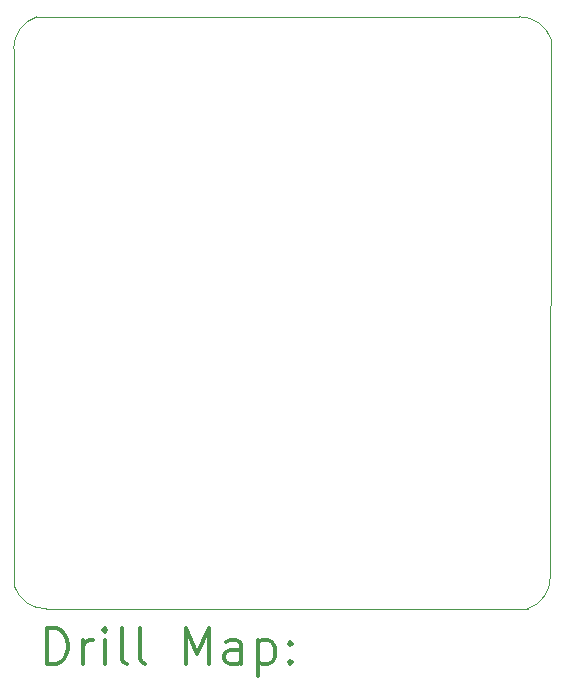
<source format=gbr>
%FSLAX45Y45*%
G04 Gerber Fmt 4.5, Leading zero omitted, Abs format (unit mm)*
G04 Created by KiCad (PCBNEW 5.1.5+dfsg1-2build2) date 2021-05-18 17:37:48*
%MOMM*%
%LPD*%
G04 APERTURE LIST*
%TA.AperFunction,Profile*%
%ADD10C,0.025400*%
%TD*%
%ADD11C,0.200000*%
%ADD12C,0.300000*%
G04 APERTURE END LIST*
D10*
X21263356Y-15684500D02*
G75*
G02X20990560Y-15493242I-6094J281484D01*
G01*
X20985044Y-10945622D02*
G75*
G02X21182584Y-10673080I281173J4064D01*
G01*
X25529564Y-15411322D02*
G75*
G02X25337008Y-15684500I-281388J-6110D01*
G01*
X25535888Y-10863683D02*
X25529564Y-15411322D01*
X21182584Y-10673080D02*
X25262840Y-10671913D01*
X20990560Y-15493242D02*
X20984972Y-10945368D01*
X25337008Y-15684500D02*
X21263356Y-15684500D01*
X25262840Y-10671913D02*
G75*
G02X25535888Y-10863683I6348J-281234D01*
G01*
D11*
D12*
X21270130Y-16151550D02*
X21270130Y-15851550D01*
X21341559Y-15851550D01*
X21384416Y-15865836D01*
X21412988Y-15894407D01*
X21427273Y-15922979D01*
X21441559Y-15980122D01*
X21441559Y-16022979D01*
X21427273Y-16080122D01*
X21412988Y-16108693D01*
X21384416Y-16137264D01*
X21341559Y-16151550D01*
X21270130Y-16151550D01*
X21570130Y-16151550D02*
X21570130Y-15951550D01*
X21570130Y-16008693D02*
X21584416Y-15980122D01*
X21598702Y-15965836D01*
X21627273Y-15951550D01*
X21655845Y-15951550D01*
X21755845Y-16151550D02*
X21755845Y-15951550D01*
X21755845Y-15851550D02*
X21741559Y-15865836D01*
X21755845Y-15880122D01*
X21770130Y-15865836D01*
X21755845Y-15851550D01*
X21755845Y-15880122D01*
X21941559Y-16151550D02*
X21912988Y-16137264D01*
X21898702Y-16108693D01*
X21898702Y-15851550D01*
X22098702Y-16151550D02*
X22070130Y-16137264D01*
X22055845Y-16108693D01*
X22055845Y-15851550D01*
X22441559Y-16151550D02*
X22441559Y-15851550D01*
X22541559Y-16065836D01*
X22641559Y-15851550D01*
X22641559Y-16151550D01*
X22912988Y-16151550D02*
X22912988Y-15994407D01*
X22898702Y-15965836D01*
X22870130Y-15951550D01*
X22812988Y-15951550D01*
X22784416Y-15965836D01*
X22912988Y-16137264D02*
X22884416Y-16151550D01*
X22812988Y-16151550D01*
X22784416Y-16137264D01*
X22770130Y-16108693D01*
X22770130Y-16080122D01*
X22784416Y-16051550D01*
X22812988Y-16037264D01*
X22884416Y-16037264D01*
X22912988Y-16022979D01*
X23055845Y-15951550D02*
X23055845Y-16251550D01*
X23055845Y-15965836D02*
X23084416Y-15951550D01*
X23141559Y-15951550D01*
X23170130Y-15965836D01*
X23184416Y-15980122D01*
X23198702Y-16008693D01*
X23198702Y-16094407D01*
X23184416Y-16122979D01*
X23170130Y-16137264D01*
X23141559Y-16151550D01*
X23084416Y-16151550D01*
X23055845Y-16137264D01*
X23327273Y-16122979D02*
X23341559Y-16137264D01*
X23327273Y-16151550D01*
X23312988Y-16137264D01*
X23327273Y-16122979D01*
X23327273Y-16151550D01*
X23327273Y-15965836D02*
X23341559Y-15980122D01*
X23327273Y-15994407D01*
X23312988Y-15980122D01*
X23327273Y-15965836D01*
X23327273Y-15994407D01*
M02*

</source>
